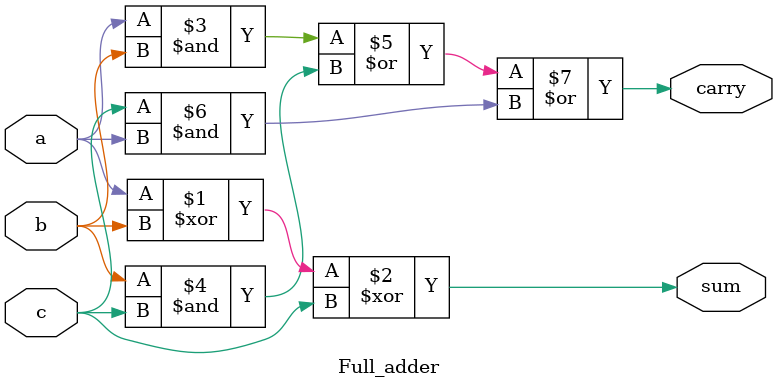
<source format=v>
`timescale 1ns / 1ps


module Full_adder(input a,b,c,
                    output sum,carry);
                    
    assign sum = a^b^c;
    assign carry = a&b | b&c | c&a;
    
endmodule

</source>
